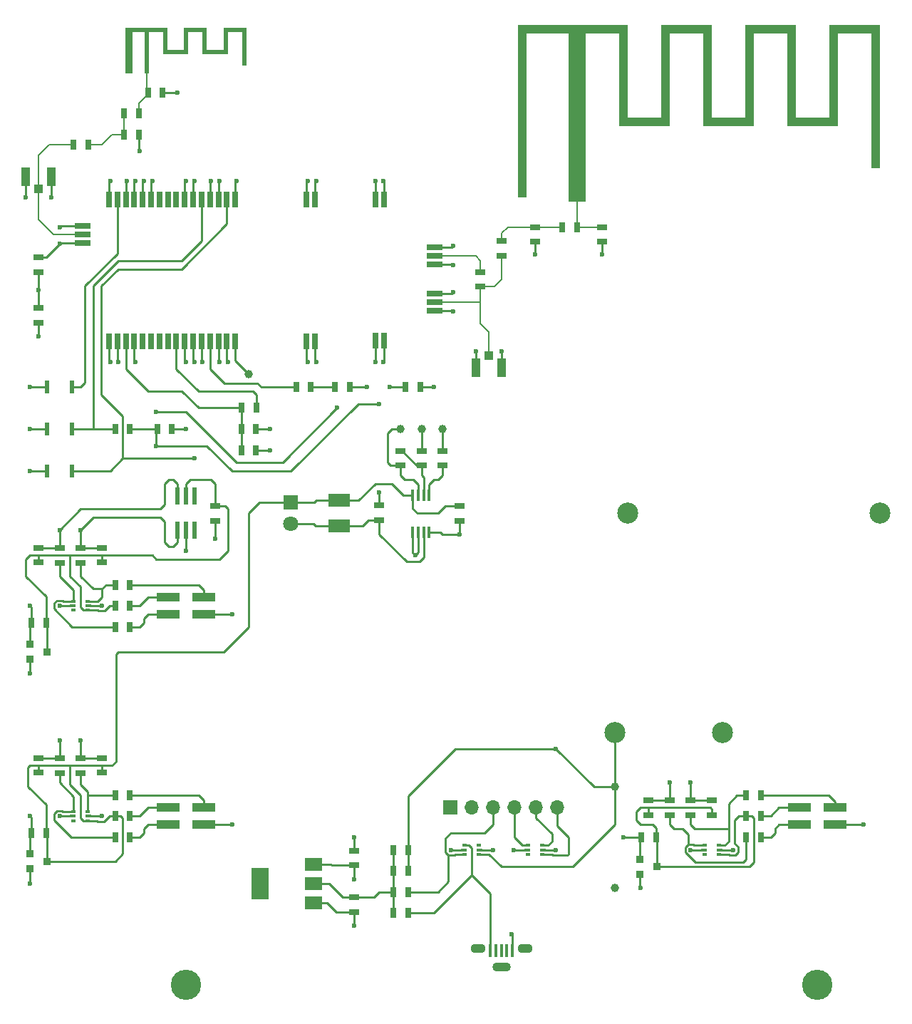
<source format=gbr>
G04 #@! TF.FileFunction,Copper,L1,Top,Signal*
%FSLAX46Y46*%
G04 Gerber Fmt 4.6, Leading zero omitted, Abs format (unit mm)*
G04 Created by KiCad (PCBNEW 4.0.7-e2-6376~61~ubuntu18.04.1) date Tue Jul  3 09:25:50 2018*
%MOMM*%
%LPD*%
G01*
G04 APERTURE LIST*
%ADD10C,0.100000*%
%ADD11R,1.000000X1.000000*%
%ADD12R,0.500000X0.500000*%
%ADD13C,2.500000*%
%ADD14R,1.143000X0.800000*%
%ADD15R,0.800000X1.143000*%
%ADD16R,0.500000X0.375000*%
%ADD17R,0.650000X0.300000*%
%ADD18R,2.750000X1.000000*%
%ADD19R,1.700000X1.700000*%
%ADD20O,1.700000X1.700000*%
%ADD21R,1.000000X2.200000*%
%ADD22R,0.914400X0.914400*%
%ADD23R,1.800000X1.800000*%
%ADD24C,1.800000*%
%ADD25R,0.600000X1.500000*%
%ADD26C,1.000000*%
%ADD27R,0.500000X2.000000*%
%ADD28R,1.850000X0.700000*%
%ADD29R,0.700000X1.850000*%
%ADD30R,0.450000X1.450000*%
%ADD31R,0.900000X0.500000*%
%ADD32C,3.600000*%
%ADD33R,2.000000X3.800000*%
%ADD34R,2.000000X1.500000*%
%ADD35R,2.600000X1.500000*%
%ADD36R,0.450000X1.500000*%
%ADD37O,1.800000X1.100000*%
%ADD38O,2.200000X1.100000*%
%ADD39C,0.600000*%
%ADD40C,0.250000*%
%ADD41C,0.190000*%
G04 APERTURE END LIST*
D10*
G36*
X163000000Y-43000000D02*
X165000000Y-43000000D01*
X165000000Y-23000000D01*
X169000000Y-23000000D01*
X169000000Y-34000000D01*
X175000000Y-34000000D01*
X175000000Y-23000000D01*
X179000000Y-23000000D01*
X179000000Y-34000000D01*
X185000000Y-34000000D01*
X185000000Y-23000000D01*
X189000000Y-23000000D01*
X189000000Y-34000000D01*
X195000000Y-34000000D01*
X195000000Y-23000000D01*
X199000000Y-23000000D01*
X199000000Y-39000000D01*
X200000000Y-39000000D01*
X200000000Y-22000000D01*
X194000000Y-22000000D01*
X194000000Y-33000000D01*
X190000000Y-33000000D01*
X190000000Y-22000000D01*
X184000000Y-22000000D01*
X184000000Y-33000000D01*
X180000000Y-33000000D01*
X180000000Y-22000000D01*
X174000000Y-22000000D01*
X174000000Y-33000000D01*
X170000000Y-33000000D01*
X170000000Y-22000000D01*
X157000000Y-22000000D01*
X157000000Y-42500000D01*
X158000000Y-42500000D01*
X158000000Y-23000000D01*
X163000000Y-23000000D01*
X163000000Y-43000000D01*
X163000000Y-43000000D01*
G37*
G36*
X115300000Y-24990000D02*
X117300000Y-24990000D01*
X117300000Y-22350000D01*
X120000000Y-22350000D01*
X120000000Y-24990000D01*
X122000000Y-24990000D01*
X122000000Y-22350000D01*
X124700000Y-22350000D01*
X124700000Y-26790000D01*
X124200000Y-26790000D01*
X124200000Y-22850000D01*
X122500000Y-22850000D01*
X122500000Y-25490000D01*
X119500000Y-25490000D01*
X119500000Y-22850000D01*
X117800000Y-22850000D01*
X117800000Y-25490000D01*
X114800000Y-25490000D01*
X114800000Y-22850000D01*
X113100000Y-22850000D01*
X113100000Y-27750000D01*
X112600000Y-27750000D01*
X112600000Y-22850000D01*
X111200000Y-22850000D01*
X111200000Y-27750000D01*
X110300000Y-27750000D01*
X110300000Y-27506785D01*
X110602417Y-27506785D01*
X110612258Y-27554395D01*
X110636326Y-27596797D01*
X110674269Y-27629581D01*
X110682181Y-27633935D01*
X110724844Y-27646043D01*
X110773363Y-27645300D01*
X110818878Y-27632400D01*
X110837489Y-27621787D01*
X110871132Y-27586553D01*
X110891691Y-27541368D01*
X110898222Y-27491842D01*
X110889782Y-27443583D01*
X110872888Y-27411357D01*
X110837628Y-27378687D01*
X110792318Y-27358592D01*
X110742733Y-27352018D01*
X110694647Y-27359908D01*
X110661755Y-27376814D01*
X110626815Y-27413584D01*
X110607153Y-27458378D01*
X110602417Y-27506785D01*
X110300000Y-27506785D01*
X110300000Y-22350000D01*
X115300000Y-22350000D01*
X115300000Y-24990000D01*
X115300000Y-24990000D01*
G37*
D11*
X157500000Y-42000000D03*
D12*
X164000000Y-42000000D03*
D13*
X168500000Y-106100000D03*
X181300000Y-106100000D03*
X170000000Y-80000000D03*
X200000000Y-80000000D03*
D14*
X121000000Y-79150000D03*
X121000000Y-80900000D03*
D15*
X113000000Y-30000000D03*
X114750000Y-30000000D03*
X110150000Y-35000000D03*
X111900000Y-35000000D03*
D14*
X100000000Y-57350000D03*
X100000000Y-55600000D03*
X137500000Y-125650000D03*
X137500000Y-127400000D03*
X137500000Y-121850000D03*
X137500000Y-120100000D03*
X150000000Y-79150000D03*
X150000000Y-80900000D03*
X159000000Y-46000000D03*
X159000000Y-47750000D03*
X167000000Y-46000000D03*
X167000000Y-47750000D03*
D15*
X110850000Y-70000000D03*
X109100000Y-70000000D03*
X142150000Y-122500000D03*
X143900000Y-122500000D03*
X142150000Y-127500000D03*
X143900000Y-127500000D03*
X142150000Y-125000000D03*
X143900000Y-125000000D03*
X125850000Y-72500000D03*
X124100000Y-72500000D03*
D16*
X180850000Y-120537500D03*
X180850000Y-119462500D03*
D17*
X179075000Y-120000000D03*
X180925000Y-120000000D03*
D16*
X179150000Y-119462500D03*
X179150000Y-120537500D03*
X105850000Y-91537500D03*
X105850000Y-90462500D03*
D17*
X104075000Y-91000000D03*
X105925000Y-91000000D03*
D16*
X104150000Y-90462500D03*
X104150000Y-91537500D03*
X152350000Y-120537500D03*
X152350000Y-119462500D03*
D17*
X150575000Y-120000000D03*
X152425000Y-120000000D03*
D16*
X150650000Y-119462500D03*
X150650000Y-120537500D03*
X159850000Y-120537500D03*
X159850000Y-119462500D03*
D17*
X158075000Y-120000000D03*
X159925000Y-120000000D03*
D16*
X158150000Y-119462500D03*
X158150000Y-120537500D03*
X105850000Y-116537500D03*
X105850000Y-115462500D03*
D17*
X104075000Y-116000000D03*
X105925000Y-116000000D03*
D16*
X104150000Y-115462500D03*
X104150000Y-116537500D03*
D18*
X190375000Y-115000000D03*
X194625000Y-115000000D03*
X190375000Y-117000000D03*
X194625000Y-117000000D03*
X115375000Y-90000000D03*
X119625000Y-90000000D03*
X115375000Y-92000000D03*
X119625000Y-92000000D03*
D19*
X148920000Y-115000000D03*
D20*
X151460000Y-115000000D03*
X154000000Y-115000000D03*
X156540000Y-115000000D03*
X159080000Y-115000000D03*
X161620000Y-115000000D03*
D21*
X101500000Y-40000000D03*
X98500000Y-40000000D03*
D11*
X100000000Y-41500000D03*
D21*
X152000000Y-62750000D03*
X155000000Y-62750000D03*
D11*
X153500000Y-61250000D03*
D18*
X115375000Y-115000000D03*
X119625000Y-115000000D03*
X115375000Y-117000000D03*
X119625000Y-117000000D03*
D15*
X185850000Y-116000000D03*
X184100000Y-116000000D03*
X185850000Y-113500000D03*
X184100000Y-113500000D03*
X185850000Y-118500000D03*
X184100000Y-118500000D03*
X110850000Y-91000000D03*
X109100000Y-91000000D03*
X110850000Y-88500000D03*
X109100000Y-88500000D03*
X110850000Y-93500000D03*
X109100000Y-93500000D03*
X110150000Y-32500000D03*
X111900000Y-32500000D03*
X162250000Y-46000000D03*
X164000000Y-46000000D03*
X110850000Y-116000000D03*
X109100000Y-116000000D03*
X110850000Y-113500000D03*
X109100000Y-113500000D03*
X110850000Y-118500000D03*
X109100000Y-118500000D03*
X135250000Y-65000000D03*
X137000000Y-65000000D03*
D22*
X171484000Y-122889000D03*
X171484000Y-121111000D03*
X173516000Y-122000000D03*
X98984000Y-97389000D03*
X98984000Y-95611000D03*
X101016000Y-96500000D03*
D23*
X130000000Y-78750000D03*
D24*
X130000000Y-81290000D03*
D22*
X98984000Y-122278000D03*
X98984000Y-120500000D03*
X101016000Y-121389000D03*
D14*
X180000000Y-115850000D03*
X180000000Y-114100000D03*
X107500000Y-85850000D03*
X107500000Y-84100000D03*
X172500000Y-115850000D03*
X172500000Y-114100000D03*
X100000000Y-85850000D03*
X100000000Y-84100000D03*
X177500000Y-114150000D03*
X177500000Y-115900000D03*
X175000000Y-114150000D03*
X175000000Y-115900000D03*
X105000000Y-84150000D03*
X105000000Y-85900000D03*
X102500000Y-84150000D03*
X102500000Y-85900000D03*
D15*
X171650000Y-118500000D03*
X173400000Y-118500000D03*
X99150000Y-93000000D03*
X100900000Y-93000000D03*
X115850000Y-70000000D03*
X114100000Y-70000000D03*
X104150000Y-36250000D03*
X105900000Y-36250000D03*
X142150000Y-120000000D03*
X143900000Y-120000000D03*
D14*
X140500000Y-80850000D03*
X140500000Y-79100000D03*
X100000000Y-51350000D03*
X100000000Y-49600000D03*
X152500000Y-53100000D03*
X152500000Y-51350000D03*
X155000000Y-47650000D03*
X155000000Y-49400000D03*
D15*
X145350000Y-65000000D03*
X143600000Y-65000000D03*
X132350000Y-65000000D03*
X130600000Y-65000000D03*
X125850000Y-70000000D03*
X124100000Y-70000000D03*
X124150000Y-67500000D03*
X125900000Y-67500000D03*
D14*
X148000000Y-74350000D03*
X148000000Y-72600000D03*
X145500000Y-74350000D03*
X145500000Y-72600000D03*
X143000000Y-74350000D03*
X143000000Y-72600000D03*
D15*
X99150000Y-118000000D03*
X100900000Y-118000000D03*
D14*
X105000000Y-109150000D03*
X105000000Y-110900000D03*
X102500000Y-109150000D03*
X102500000Y-110900000D03*
X100000000Y-110850000D03*
X100000000Y-109100000D03*
X107500000Y-110850000D03*
X107500000Y-109100000D03*
D25*
X104000000Y-75000000D03*
X101000000Y-75000000D03*
X104000000Y-70000000D03*
X101000000Y-70000000D03*
X104000000Y-65000000D03*
X101000000Y-65000000D03*
D26*
X168500000Y-112500000D03*
X168500000Y-124500000D03*
X145500000Y-70000000D03*
X148000000Y-70000000D03*
X143000000Y-70000000D03*
D27*
X117500000Y-82000000D03*
X118500000Y-82000000D03*
X118500000Y-78000000D03*
X117500000Y-78000000D03*
X116500000Y-78000000D03*
X116500000Y-82000000D03*
D28*
X147075000Y-50437000D03*
X105255000Y-45905000D03*
D29*
X131820000Y-42725000D03*
X141060000Y-59525000D03*
D28*
X147075000Y-48437000D03*
D29*
X141060000Y-42725000D03*
X132820000Y-42725000D03*
X108370000Y-59575000D03*
X123370000Y-42725000D03*
X122370000Y-42725000D03*
X121370000Y-42725000D03*
X120370000Y-42725000D03*
X119370000Y-42725000D03*
X118370000Y-42725000D03*
X117370000Y-42725000D03*
X116370000Y-42725000D03*
X115370000Y-42725000D03*
X114370000Y-42725000D03*
X113370000Y-42725000D03*
X112370000Y-42725000D03*
X111370000Y-42725000D03*
X110370000Y-42725000D03*
X109370000Y-42725000D03*
X108370000Y-42725000D03*
X109370000Y-59575000D03*
X110370000Y-59575000D03*
X111370000Y-59575000D03*
X112370000Y-59575000D03*
X113370000Y-59575000D03*
X114370000Y-59575000D03*
X115370000Y-59575000D03*
X116370000Y-59575000D03*
X117370000Y-59575000D03*
X118370000Y-59575000D03*
X119370000Y-59575000D03*
X120370000Y-59575000D03*
X121370000Y-59575000D03*
X122370000Y-59575000D03*
X123370000Y-59575000D03*
X131820000Y-59575000D03*
X140060000Y-42725000D03*
D28*
X105255000Y-46905000D03*
X105255000Y-47905000D03*
D29*
X140060000Y-59525000D03*
X132820000Y-59575000D03*
D28*
X147075000Y-49437000D03*
X147075000Y-55934000D03*
X147075000Y-54934000D03*
X147075000Y-53934000D03*
D30*
X144453362Y-82258194D03*
X145103362Y-82258194D03*
X145753362Y-82258194D03*
X146403362Y-82258194D03*
X146403362Y-77858194D03*
X145753362Y-77858194D03*
X145103362Y-77858194D03*
X144453362Y-77858194D03*
D31*
X110750000Y-27500000D03*
D12*
X112850000Y-27500000D03*
D32*
X192500000Y-136000000D03*
D26*
X125000000Y-63500000D03*
D33*
X126350000Y-124000000D03*
D34*
X132650000Y-124000000D03*
X132650000Y-121700000D03*
X132650000Y-126300000D03*
D35*
X135750000Y-78500000D03*
X135750000Y-81500000D03*
D32*
X117500000Y-136000000D03*
D36*
X155000000Y-132000000D03*
X155650000Y-132000000D03*
X154350000Y-132000000D03*
X156300000Y-132000000D03*
X153700000Y-132000000D03*
D37*
X152200000Y-131750000D03*
X157800000Y-131750000D03*
D38*
X155000000Y-133900000D03*
D39*
X98500000Y-42500000D03*
X101500000Y-42500000D03*
X102500000Y-46000000D03*
X102500000Y-48000000D03*
X116500000Y-30000000D03*
X112000000Y-37000000D03*
X147000000Y-65000000D03*
X149250000Y-56000000D03*
X149250000Y-53750000D03*
X149250000Y-50500000D03*
X149250000Y-48250000D03*
X155000000Y-60750000D03*
X152000000Y-60750000D03*
X167000000Y-49250000D03*
X159000000Y-49250000D03*
X161500000Y-108000000D03*
X127500000Y-70000000D03*
X156250000Y-130000000D03*
X137500000Y-129000000D03*
X137500000Y-118500000D03*
X161500000Y-120000000D03*
X156500000Y-120000000D03*
X154000000Y-120000000D03*
X149000000Y-120000000D03*
X121000000Y-83000000D03*
X117500000Y-84500000D03*
X141000000Y-40500000D03*
X140000000Y-40500000D03*
X133000000Y-40500000D03*
X132000000Y-40500000D03*
X123500000Y-40500000D03*
X108500000Y-40500000D03*
X109500000Y-62000000D03*
X108500000Y-62000000D03*
X122500000Y-62000000D03*
X141000000Y-62000000D03*
X140000000Y-62000000D03*
X132000000Y-62000000D03*
X133000000Y-62000000D03*
X100000000Y-53500000D03*
X99000000Y-70000000D03*
X99000000Y-75000000D03*
X198000000Y-117000000D03*
X182500000Y-120000000D03*
X177500000Y-120000000D03*
X123000000Y-92000000D03*
X102500000Y-91000000D03*
X107500000Y-91000000D03*
X123000000Y-117000000D03*
X102500000Y-116000000D03*
X107500000Y-116000000D03*
X141750000Y-65000000D03*
X140500000Y-77500000D03*
X150000000Y-82500000D03*
X137500000Y-123500000D03*
X100000000Y-59000000D03*
X139000000Y-65000000D03*
X117500000Y-70000000D03*
X127500000Y-72500000D03*
X121500000Y-62000000D03*
X99000000Y-65000000D03*
X171500000Y-124500000D03*
X99000000Y-99000000D03*
X99000000Y-124000000D03*
X140500000Y-67000000D03*
X121500000Y-40500000D03*
X114000000Y-72000000D03*
X118500000Y-73500000D03*
X114000000Y-68000000D03*
X135500000Y-67500000D03*
X120500000Y-40500000D03*
X169500000Y-118500000D03*
X113500000Y-40500000D03*
X99000000Y-91000000D03*
X112500000Y-40500000D03*
X118500000Y-40500000D03*
X177500000Y-112000000D03*
X117500000Y-40500000D03*
X175000000Y-112000000D03*
X111500000Y-40500000D03*
X105000000Y-82000000D03*
X110500000Y-40500000D03*
X102500000Y-82000000D03*
X105000000Y-107000000D03*
X118500000Y-62000000D03*
X102500000Y-107000000D03*
X117500000Y-62000000D03*
X111500000Y-62000000D03*
X144750000Y-85000000D03*
X99000000Y-116000000D03*
X119500000Y-62000000D03*
D40*
X98500000Y-40000000D02*
X98500000Y-42500000D01*
X101500000Y-40000000D02*
X101500000Y-42500000D01*
X104830000Y-45905000D02*
X102595000Y-45905000D01*
X102595000Y-45905000D02*
X102500000Y-46000000D01*
X100000000Y-49600000D02*
X100900000Y-49600000D01*
X100900000Y-49600000D02*
X102500000Y-48000000D01*
X104830000Y-47905000D02*
X102595000Y-47905000D01*
X102595000Y-47905000D02*
X102500000Y-48000000D01*
X114750000Y-30000000D02*
X116500000Y-30000000D01*
X111900000Y-35000000D02*
X111900000Y-36900000D01*
X111900000Y-36900000D02*
X112000000Y-37000000D01*
D41*
X112850000Y-27500000D02*
X112850000Y-29850000D01*
D40*
X112850000Y-29850000D02*
X113000000Y-30000000D01*
D41*
X111900000Y-32500000D02*
X111900000Y-31271500D01*
X111900000Y-31271500D02*
X113000000Y-30171500D01*
D40*
X113000000Y-30171500D02*
X113000000Y-30000000D01*
X145350000Y-65000000D02*
X147000000Y-65000000D01*
X147500000Y-55934000D02*
X149184000Y-55934000D01*
X149184000Y-55934000D02*
X149250000Y-56000000D01*
X147500000Y-53934000D02*
X149066000Y-53934000D01*
X149066000Y-53934000D02*
X149250000Y-53750000D01*
X147500000Y-50437000D02*
X149187000Y-50437000D01*
X149187000Y-50437000D02*
X149250000Y-50500000D01*
X147500000Y-48437000D02*
X149063000Y-48437000D01*
X149063000Y-48437000D02*
X149250000Y-48250000D01*
X155000000Y-62750000D02*
X155000000Y-60750000D01*
X152000000Y-62750000D02*
X152000000Y-60750000D01*
X167000000Y-47750000D02*
X167000000Y-49250000D01*
X159000000Y-47750000D02*
X159000000Y-49250000D01*
D41*
X164000000Y-46000000D02*
X164000000Y-42000000D01*
X164000000Y-46000000D02*
X167000000Y-46000000D01*
D40*
X168500000Y-112500000D02*
X168500000Y-117000000D01*
X168500000Y-117000000D02*
X163500000Y-122000000D01*
X163500000Y-122000000D02*
X155000000Y-122000000D01*
X155000000Y-122000000D02*
X153537500Y-120537500D01*
X153537500Y-120537500D02*
X152350000Y-120537500D01*
X161500000Y-108000000D02*
X149500000Y-108000000D01*
X149500000Y-108000000D02*
X143900000Y-113600000D01*
X143900000Y-113600000D02*
X143900000Y-120000000D01*
X143900000Y-120000000D02*
X143900000Y-122500000D01*
X168500000Y-112500000D02*
X168500000Y-106100000D01*
X168500000Y-112500000D02*
X166000000Y-112500000D01*
X161500000Y-108000000D02*
X166000000Y-112500000D01*
X125850000Y-70000000D02*
X127500000Y-70000000D01*
X156300000Y-132000000D02*
X156300000Y-130050000D01*
X156300000Y-130050000D02*
X156250000Y-130000000D01*
X137500000Y-127400000D02*
X137500000Y-129000000D01*
X132650000Y-126300000D02*
X134300000Y-126300000D01*
X134300000Y-126300000D02*
X135400000Y-127400000D01*
X135400000Y-127400000D02*
X137500000Y-127400000D01*
X137500000Y-120100000D02*
X137500000Y-118500000D01*
X159925000Y-120000000D02*
X161500000Y-120000000D01*
X158075000Y-120000000D02*
X156500000Y-120000000D01*
X152425000Y-120000000D02*
X154000000Y-120000000D01*
X150575000Y-120000000D02*
X149000000Y-120000000D01*
X121000000Y-80900000D02*
X121000000Y-83000000D01*
X117500000Y-81500000D02*
X117500000Y-84500000D01*
X141060000Y-42300000D02*
X141060000Y-40560000D01*
X141060000Y-40560000D02*
X141000000Y-40500000D01*
X140060000Y-42300000D02*
X140060000Y-40560000D01*
X140060000Y-40560000D02*
X140000000Y-40500000D01*
X132820000Y-42300000D02*
X132820000Y-40680000D01*
X132820000Y-40680000D02*
X133000000Y-40500000D01*
X131820000Y-42300000D02*
X131820000Y-40680000D01*
X131820000Y-40680000D02*
X132000000Y-40500000D01*
X123370000Y-42300000D02*
X123370000Y-40630000D01*
X123370000Y-40630000D02*
X123500000Y-40500000D01*
X108370000Y-42300000D02*
X108370000Y-40630000D01*
X108370000Y-40630000D02*
X108500000Y-40500000D01*
X109370000Y-60000000D02*
X109370000Y-61870000D01*
X109370000Y-61870000D02*
X109500000Y-62000000D01*
X108370000Y-60000000D02*
X108370000Y-61870000D01*
X108370000Y-61870000D02*
X108500000Y-62000000D01*
X122370000Y-60000000D02*
X122370000Y-61870000D01*
X122370000Y-61870000D02*
X122500000Y-62000000D01*
X141060000Y-59950000D02*
X141060000Y-61940000D01*
X141060000Y-61940000D02*
X141000000Y-62000000D01*
X140060000Y-59950000D02*
X140060000Y-61940000D01*
X140060000Y-61940000D02*
X140000000Y-62000000D01*
X131820000Y-60000000D02*
X131820000Y-61820000D01*
X131820000Y-61820000D02*
X132000000Y-62000000D01*
X132820000Y-60000000D02*
X132820000Y-61820000D01*
X132820000Y-61820000D02*
X133000000Y-62000000D01*
X100000000Y-55600000D02*
X100000000Y-53500000D01*
X100000000Y-51350000D02*
X100000000Y-53500000D01*
X101000000Y-70000000D02*
X99000000Y-70000000D01*
X101000000Y-75000000D02*
X99000000Y-75000000D01*
X194625000Y-117000000D02*
X198000000Y-117000000D01*
X180925000Y-120000000D02*
X182500000Y-120000000D01*
X179075000Y-120000000D02*
X177500000Y-120000000D01*
X119625000Y-92000000D02*
X123000000Y-92000000D01*
X104075000Y-91000000D02*
X102500000Y-91000000D01*
X105925000Y-91000000D02*
X107500000Y-91000000D01*
X119625000Y-117000000D02*
X123000000Y-117000000D01*
X104075000Y-116000000D02*
X102500000Y-116000000D01*
X105925000Y-116000000D02*
X107500000Y-116000000D01*
X143600000Y-65000000D02*
X141750000Y-65000000D01*
X140500000Y-79100000D02*
X140500000Y-77500000D01*
X147758194Y-82258194D02*
X148000000Y-82500000D01*
X148000000Y-82500000D02*
X150000000Y-82500000D01*
X146403362Y-82258194D02*
X147758194Y-82258194D01*
X150000000Y-80900000D02*
X150000000Y-82500000D01*
X103750000Y-85000000D02*
X107500000Y-85000000D01*
X107500000Y-85000000D02*
X113500000Y-85000000D01*
X107500000Y-85850000D02*
X107500000Y-85000000D01*
X113500000Y-85000000D02*
X114000000Y-85500000D01*
X100000000Y-85850000D02*
X100000000Y-85000000D01*
X99000000Y-85000000D02*
X100000000Y-85000000D01*
X100000000Y-85000000D02*
X103750000Y-85000000D01*
X122150000Y-79150000D02*
X121000000Y-79150000D01*
X114000000Y-85500000D02*
X121500000Y-85500000D01*
X121500000Y-85500000D02*
X122500000Y-84500000D01*
X122500000Y-84500000D02*
X122500000Y-79500000D01*
X122500000Y-79500000D02*
X122150000Y-79150000D01*
X117500000Y-78500000D02*
X117500000Y-76500000D01*
X117500000Y-76500000D02*
X118000000Y-76000000D01*
X118000000Y-76000000D02*
X120500000Y-76000000D01*
X120500000Y-76000000D02*
X121000000Y-76500000D01*
X121000000Y-76500000D02*
X121000000Y-79150000D01*
X103750000Y-87500000D02*
X103750000Y-85000000D01*
X105000000Y-88750000D02*
X103750000Y-87500000D01*
X105000000Y-91187500D02*
X105000000Y-88750000D01*
X105850000Y-91537500D02*
X105350000Y-91537500D01*
X105350000Y-91537500D02*
X105000000Y-91187500D01*
X101016000Y-96500000D02*
X101016000Y-93116000D01*
X101016000Y-93116000D02*
X100900000Y-93000000D01*
X100900000Y-93000000D02*
X100900000Y-89900000D01*
X100900000Y-89900000D02*
X98500000Y-87500000D01*
X98500000Y-87500000D02*
X98500000Y-85500000D01*
X98500000Y-85500000D02*
X99000000Y-85000000D01*
X109100000Y-91000000D02*
X108450000Y-91000000D01*
X108450000Y-91000000D02*
X107824999Y-91625001D01*
X107037500Y-91537500D02*
X105850000Y-91537500D01*
X107824999Y-91625001D02*
X107125001Y-91625001D01*
X107125001Y-91625001D02*
X107037500Y-91537500D01*
D41*
X105900000Y-36250000D02*
X107500000Y-36250000D01*
X107500000Y-36250000D02*
X108750000Y-35000000D01*
X108750000Y-35000000D02*
X110150000Y-35000000D01*
X110150000Y-35000000D02*
X110150000Y-32500000D01*
D40*
X137500000Y-121850000D02*
X137500000Y-123500000D01*
X132650000Y-121700000D02*
X134700000Y-121700000D01*
X134700000Y-121700000D02*
X134850000Y-121850000D01*
X134850000Y-121850000D02*
X137500000Y-121850000D01*
X100000000Y-57350000D02*
X100000000Y-59000000D01*
X137000000Y-65000000D02*
X139000000Y-65000000D01*
X115850000Y-70000000D02*
X117500000Y-70000000D01*
X125850000Y-72500000D02*
X127500000Y-72500000D01*
X121370000Y-60000000D02*
X121370000Y-61870000D01*
X121370000Y-61870000D02*
X121500000Y-62000000D01*
X101000000Y-65000000D02*
X99000000Y-65000000D01*
X171484000Y-122889000D02*
X171484000Y-124484000D01*
X171484000Y-124484000D02*
X171500000Y-124500000D01*
X98984000Y-97389000D02*
X98984000Y-98984000D01*
X98984000Y-98984000D02*
X99000000Y-99000000D01*
X98984000Y-122278000D02*
X98984000Y-123984000D01*
X98984000Y-123984000D02*
X99000000Y-124000000D01*
X140500000Y-125000000D02*
X139850000Y-125650000D01*
X139850000Y-125650000D02*
X137500000Y-125650000D01*
X142150000Y-125000000D02*
X140500000Y-125000000D01*
X137500000Y-125650000D02*
X136150000Y-125650000D01*
X134500000Y-124000000D02*
X132650000Y-124000000D01*
X136150000Y-125650000D02*
X134500000Y-124000000D01*
X142150000Y-125000000D02*
X142150000Y-127500000D01*
X142150000Y-122500000D02*
X142150000Y-122671500D01*
X142150000Y-122671500D02*
X142150000Y-125000000D01*
X142150000Y-120000000D02*
X142150000Y-122500000D01*
X103750000Y-110000000D02*
X107500000Y-110000000D01*
X107500000Y-110000000D02*
X108750000Y-110000000D01*
X107500000Y-110850000D02*
X107500000Y-110000000D01*
X109250000Y-96750000D02*
X109500000Y-96500000D01*
X108750000Y-110000000D02*
X109250000Y-109500000D01*
X109250000Y-109500000D02*
X109250000Y-96750000D01*
X100000000Y-110850000D02*
X100000000Y-110000000D01*
X126250000Y-78750000D02*
X125000000Y-80000000D01*
X125000000Y-80000000D02*
X125000000Y-93500000D01*
X130000000Y-78750000D02*
X126250000Y-78750000D01*
X142000000Y-76500000D02*
X140000000Y-76500000D01*
X135750000Y-78500000D02*
X138000000Y-78500000D01*
X138000000Y-78500000D02*
X140000000Y-76500000D01*
X132750000Y-78750000D02*
X133000000Y-78500000D01*
X133000000Y-78500000D02*
X135750000Y-78500000D01*
X130000000Y-78750000D02*
X132750000Y-78750000D01*
X109500000Y-96500000D02*
X122000000Y-96500000D01*
X122000000Y-96500000D02*
X125000000Y-93500000D01*
X142000000Y-76500000D02*
X143358194Y-77858194D01*
X143358194Y-77858194D02*
X144453362Y-77858194D01*
X99000000Y-110000000D02*
X100000000Y-110000000D01*
X100000000Y-110000000D02*
X103750000Y-110000000D01*
X98750000Y-110250000D02*
X99000000Y-110000000D01*
X98750000Y-112500000D02*
X98750000Y-110250000D01*
X100900000Y-114650000D02*
X98750000Y-112500000D01*
X100900000Y-118000000D02*
X100900000Y-114650000D01*
X103750000Y-112250000D02*
X103750000Y-110000000D01*
X105000000Y-113500000D02*
X103750000Y-112250000D01*
X105000000Y-116187500D02*
X105000000Y-113500000D01*
X105850000Y-116537500D02*
X105350000Y-116537500D01*
X105350000Y-116537500D02*
X105000000Y-116187500D01*
X110000000Y-120500000D02*
X109111000Y-121389000D01*
X109111000Y-121389000D02*
X101016000Y-121389000D01*
X110000000Y-116250000D02*
X110000000Y-120500000D01*
X109100000Y-116000000D02*
X109750000Y-116000000D01*
X109750000Y-116000000D02*
X110000000Y-116250000D01*
X101016000Y-121389000D02*
X101016000Y-118116000D01*
X101016000Y-118116000D02*
X100900000Y-118000000D01*
X105850000Y-116537500D02*
X106962500Y-116537500D01*
X106962500Y-116537500D02*
X107050001Y-116625001D01*
X107050001Y-116625001D02*
X107800001Y-116625001D01*
X107800001Y-116625001D02*
X108425002Y-116000000D01*
X108425002Y-116000000D02*
X109100000Y-116000000D01*
X147500000Y-80000000D02*
X148350000Y-79150000D01*
X148350000Y-79150000D02*
X150000000Y-79150000D01*
X145000000Y-80000000D02*
X147500000Y-80000000D01*
X144453362Y-79453362D02*
X145000000Y-80000000D01*
X144453362Y-77858194D02*
X144453362Y-79453362D01*
D41*
X155000000Y-46750000D02*
X155750000Y-46000000D01*
X159000000Y-46000000D02*
X162250000Y-46000000D01*
X155750000Y-46000000D02*
X159000000Y-46000000D01*
X155000000Y-47650000D02*
X155000000Y-46750000D01*
D40*
X156540000Y-115000000D02*
X156540000Y-118540000D01*
X156540000Y-118540000D02*
X157462500Y-119462500D01*
X157462500Y-119462500D02*
X158150000Y-119462500D01*
X114000000Y-72000000D02*
X120000000Y-72000000D01*
X120000000Y-72000000D02*
X123000000Y-75000000D01*
X130000000Y-75000000D02*
X138000000Y-67000000D01*
X123000000Y-75000000D02*
X130000000Y-75000000D01*
X138000000Y-67000000D02*
X140500000Y-67000000D01*
X121370000Y-42300000D02*
X121370000Y-40630000D01*
X121370000Y-40630000D02*
X121500000Y-40500000D01*
X114000000Y-72000000D02*
X114000000Y-70100000D01*
X114000000Y-70100000D02*
X114100000Y-70000000D01*
X110850000Y-70000000D02*
X114100000Y-70000000D01*
X107000000Y-70000000D02*
X106500000Y-70000000D01*
X106500000Y-70000000D02*
X104000000Y-70000000D01*
X106500000Y-53000000D02*
X106500000Y-70000000D01*
X107250000Y-52250000D02*
X107000000Y-52500000D01*
X109500000Y-50000000D02*
X107250000Y-52250000D01*
X107250000Y-52250000D02*
X106500000Y-53000000D01*
X109100000Y-70000000D02*
X107000000Y-70000000D01*
X117000000Y-50000000D02*
X109500000Y-50000000D01*
X119370000Y-42300000D02*
X119370000Y-47630000D01*
X119370000Y-47630000D02*
X117000000Y-50000000D01*
X151500000Y-123000000D02*
X153500000Y-125000000D01*
X153700000Y-132000000D02*
X153700000Y-125200000D01*
X153700000Y-125200000D02*
X153500000Y-125000000D01*
X147000000Y-127500000D02*
X143900000Y-127500000D01*
X151500000Y-123000000D02*
X147000000Y-127500000D01*
X151500000Y-119812500D02*
X151500000Y-123000000D01*
X150650000Y-119462500D02*
X151150000Y-119462500D01*
X151150000Y-119462500D02*
X151500000Y-119812500D01*
X147500000Y-125000000D02*
X143900000Y-125000000D01*
X148699999Y-120625001D02*
X148699999Y-123800001D01*
X148699999Y-123800001D02*
X147500000Y-125000000D01*
X153000000Y-118000000D02*
X154000000Y-117000000D01*
X154000000Y-117000000D02*
X154000000Y-115000000D01*
X149000000Y-118000000D02*
X153000000Y-118000000D01*
X148374999Y-118625001D02*
X149000000Y-118000000D01*
X149537500Y-120537500D02*
X149449999Y-120625001D01*
X149449999Y-120625001D02*
X148699999Y-120625001D01*
X148699999Y-120625001D02*
X148374999Y-120300001D01*
X148374999Y-120300001D02*
X148374999Y-118625001D01*
X150650000Y-120537500D02*
X149537500Y-120537500D01*
X113000000Y-65500000D02*
X110370000Y-62870000D01*
X124150000Y-67500000D02*
X119000000Y-67500000D01*
X113000000Y-65500000D02*
X117000000Y-65500000D01*
X117000000Y-65500000D02*
X119000000Y-67500000D01*
X110370000Y-62870000D02*
X110370000Y-60000000D01*
X124150000Y-67500000D02*
X124150000Y-69950000D01*
X124150000Y-69950000D02*
X124100000Y-70000000D01*
X124100000Y-72500000D02*
X124100000Y-70000000D01*
X171500000Y-115000000D02*
X172500000Y-115000000D01*
X172500000Y-115000000D02*
X179800000Y-115000000D01*
X172500000Y-115850000D02*
X172500000Y-115000000D01*
X173400000Y-118500000D02*
X173400000Y-117400000D01*
X173400000Y-117400000D02*
X173000000Y-117000000D01*
X173000000Y-117000000D02*
X171500000Y-117000000D01*
X171500000Y-117000000D02*
X171000000Y-116500000D01*
X171000000Y-116500000D02*
X171000000Y-115500000D01*
X171000000Y-115500000D02*
X171500000Y-115000000D01*
X179800000Y-115000000D02*
X180000000Y-115200000D01*
X180000000Y-115200000D02*
X180000000Y-115850000D01*
X184100000Y-116000000D02*
X184750000Y-116000000D01*
X184750000Y-116000000D02*
X185000000Y-116250000D01*
X185000000Y-121500000D02*
X184500000Y-122000000D01*
X185000000Y-116250000D02*
X185000000Y-121500000D01*
X184500000Y-122000000D02*
X173516000Y-122000000D01*
X173516000Y-122000000D02*
X173516000Y-118616000D01*
X173516000Y-118616000D02*
X173400000Y-118500000D01*
X184100000Y-116000000D02*
X183250000Y-116000000D01*
X183250000Y-116000000D02*
X182750000Y-116500000D01*
X183125001Y-120300001D02*
X182800001Y-120625001D01*
X182750000Y-116500000D02*
X182750000Y-119250000D01*
X182750000Y-119250000D02*
X183125001Y-119625001D01*
X183125001Y-119625001D02*
X183125001Y-120300001D01*
X182800001Y-120625001D02*
X182125001Y-120625001D01*
X182125001Y-120625001D02*
X182037500Y-120537500D01*
X182037500Y-120537500D02*
X180850000Y-120537500D01*
X182000000Y-119000000D02*
X182000000Y-117500000D01*
X182000000Y-117500000D02*
X182000000Y-114500000D01*
X177500000Y-115900000D02*
X177500000Y-117000000D01*
X177500000Y-117000000D02*
X178000000Y-117500000D01*
X178000000Y-117500000D02*
X182000000Y-117500000D01*
X182000000Y-114500000D02*
X183000000Y-113500000D01*
X180850000Y-119462500D02*
X181537500Y-119462500D01*
X181537500Y-119462500D02*
X182000000Y-119000000D01*
X184100000Y-113500000D02*
X183000000Y-113500000D01*
X175500000Y-117500000D02*
X175000000Y-117000000D01*
X175000000Y-117000000D02*
X175000000Y-115900000D01*
X176500000Y-117500000D02*
X175500000Y-117500000D01*
X177199999Y-118199999D02*
X176500000Y-117500000D01*
X177199999Y-119374999D02*
X177199999Y-118199999D01*
X177800001Y-119374999D02*
X177887502Y-119462500D01*
X177887502Y-119462500D02*
X179150000Y-119462500D01*
X183750000Y-121500000D02*
X178074998Y-121500000D01*
X178074998Y-121500000D02*
X176874999Y-120300001D01*
X176874999Y-120300001D02*
X176874999Y-119699999D01*
X176874999Y-119699999D02*
X177199999Y-119374999D01*
X177199999Y-119374999D02*
X177800001Y-119374999D01*
X184100000Y-121150000D02*
X183750000Y-121500000D01*
X184100000Y-118500000D02*
X184100000Y-121150000D01*
X105000000Y-85900000D02*
X105000000Y-87500000D01*
X105000000Y-87500000D02*
X106500000Y-89000000D01*
X106500000Y-89000000D02*
X107500000Y-89000000D01*
X109100000Y-88500000D02*
X108000000Y-88500000D01*
X108000000Y-88500000D02*
X107500000Y-89000000D01*
X107037500Y-90462500D02*
X105850000Y-90462500D01*
X107500000Y-89000000D02*
X107500000Y-90000000D01*
X107500000Y-90000000D02*
X107037500Y-90462500D01*
X102500000Y-85900000D02*
X102500000Y-87500000D01*
X102500000Y-87500000D02*
X104150000Y-89150000D01*
X104150000Y-89150000D02*
X104150000Y-90462500D01*
X102874999Y-90374999D02*
X102962500Y-90462500D01*
X102962500Y-90462500D02*
X104150000Y-90462500D01*
X104000000Y-93500000D02*
X101874999Y-91374999D01*
X101874999Y-91374999D02*
X101874999Y-90699999D01*
X101874999Y-90699999D02*
X102199999Y-90374999D01*
X102199999Y-90374999D02*
X102874999Y-90374999D01*
X109100000Y-93500000D02*
X104000000Y-93500000D01*
X161620000Y-115000000D02*
X161620000Y-117120000D01*
X161037500Y-120537500D02*
X159850000Y-120537500D01*
X161620000Y-117120000D02*
X163000000Y-118500000D01*
X162874999Y-120625001D02*
X161125001Y-120625001D01*
X163000000Y-118500000D02*
X163000000Y-120500000D01*
X163000000Y-120500000D02*
X162874999Y-120625001D01*
X161125001Y-120625001D02*
X161037500Y-120537500D01*
X118500000Y-73500000D02*
X110000000Y-73500000D01*
X122370000Y-42300000D02*
X122370000Y-45630000D01*
X122370000Y-45630000D02*
X117000000Y-51000000D01*
X117000000Y-51000000D02*
X109450010Y-51000000D01*
X109450010Y-51000000D02*
X107450010Y-53000000D01*
X107450010Y-53000000D02*
X107450010Y-65950010D01*
X107450010Y-65950010D02*
X110000000Y-68500000D01*
X110000000Y-68500000D02*
X110000000Y-73500000D01*
X110000000Y-73500000D02*
X108500000Y-75000000D01*
X108500000Y-75000000D02*
X104000000Y-75000000D01*
X159850000Y-119462500D02*
X160537500Y-119462500D01*
X160537500Y-119462500D02*
X161000000Y-119000000D01*
X161000000Y-119000000D02*
X161000000Y-118122081D01*
X161000000Y-118122081D02*
X159080000Y-116202081D01*
X159080000Y-116202081D02*
X159080000Y-115000000D01*
X117500000Y-68000000D02*
X123500000Y-74000000D01*
X114000000Y-68000000D02*
X117500000Y-68000000D01*
X123500000Y-74000000D02*
X129000000Y-74000000D01*
X129000000Y-74000000D02*
X135500000Y-67500000D01*
X120370000Y-42300000D02*
X120370000Y-40630000D01*
X120370000Y-40630000D02*
X120500000Y-40500000D01*
X105850000Y-113100000D02*
X105850000Y-113500000D01*
X105850000Y-113500000D02*
X105850000Y-115462500D01*
X109100000Y-113500000D02*
X105850000Y-113500000D01*
X105000000Y-110900000D02*
X105000000Y-112250000D01*
X105000000Y-112250000D02*
X105850000Y-113100000D01*
X103874999Y-118500000D02*
X101874999Y-116500000D01*
X109100000Y-118500000D02*
X103874999Y-118500000D01*
X102887502Y-115462500D02*
X104150000Y-115462500D01*
X101874999Y-116500000D02*
X101874999Y-115699999D01*
X101874999Y-115699999D02*
X102199999Y-115374999D01*
X102199999Y-115374999D02*
X102800001Y-115374999D01*
X102800001Y-115374999D02*
X102887502Y-115462500D01*
X102500000Y-110900000D02*
X102500000Y-112000000D01*
X104150000Y-113650000D02*
X104150000Y-115462500D01*
X102500000Y-112000000D02*
X104150000Y-113650000D01*
X188000000Y-115000000D02*
X187000000Y-116000000D01*
X187000000Y-116000000D02*
X185850000Y-116000000D01*
X190375000Y-115000000D02*
X188000000Y-115000000D01*
X193875000Y-113500000D02*
X185850000Y-113500000D01*
X194625000Y-115000000D02*
X194625000Y-114250000D01*
X194625000Y-114250000D02*
X193875000Y-113500000D01*
X185850000Y-118500000D02*
X187000000Y-118500000D01*
X187000000Y-118500000D02*
X187500000Y-118000000D01*
X187500000Y-118000000D02*
X187500000Y-117500000D01*
X187500000Y-117500000D02*
X188000000Y-117000000D01*
X188000000Y-117000000D02*
X190375000Y-117000000D01*
X113000000Y-90000000D02*
X112000000Y-91000000D01*
X112000000Y-91000000D02*
X110850000Y-91000000D01*
X115375000Y-90000000D02*
X113000000Y-90000000D01*
X119625000Y-89125000D02*
X119000000Y-88500000D01*
X119000000Y-88500000D02*
X110850000Y-88500000D01*
X119625000Y-90000000D02*
X119625000Y-89125000D01*
X112500000Y-92500000D02*
X113000000Y-92000000D01*
X112500000Y-93000000D02*
X112500000Y-92500000D01*
X112000000Y-93500000D02*
X112500000Y-93000000D01*
X110850000Y-93500000D02*
X112000000Y-93500000D01*
X115375000Y-92000000D02*
X113000000Y-92000000D01*
D41*
X100000000Y-41500000D02*
X100000000Y-37500000D01*
X101250000Y-36250000D02*
X104150000Y-36250000D01*
X100000000Y-37500000D02*
X101250000Y-36250000D01*
X104775000Y-46850000D02*
X101750000Y-46850000D01*
X100000000Y-45100000D02*
X101750000Y-46850000D01*
X100000000Y-45100000D02*
X100000000Y-41500000D01*
D40*
X104830000Y-46905000D02*
X104775000Y-46850000D01*
D41*
X153500000Y-58500000D02*
X153500000Y-61250000D01*
X154150000Y-53100000D02*
X155000000Y-52250000D01*
X155000000Y-52250000D02*
X155000000Y-49400000D01*
X152500000Y-53100000D02*
X154150000Y-53100000D01*
X152500000Y-53100000D02*
X152500000Y-55000000D01*
X152500000Y-55000000D02*
X152500000Y-57500000D01*
X147500000Y-54934000D02*
X152434000Y-54934000D01*
X152434000Y-54934000D02*
X152500000Y-55000000D01*
X152500000Y-57500000D02*
X153500000Y-58500000D01*
D40*
X147566000Y-55000000D02*
X147500000Y-54934000D01*
X115375000Y-115000000D02*
X113000000Y-115000000D01*
X113000000Y-115000000D02*
X112000000Y-116000000D01*
X112000000Y-116000000D02*
X110850000Y-116000000D01*
X119625000Y-114125000D02*
X119000000Y-113500000D01*
X119000000Y-113500000D02*
X110850000Y-113500000D01*
X119625000Y-115000000D02*
X119625000Y-114125000D01*
X110850000Y-118500000D02*
X112000000Y-118500000D01*
X112000000Y-118500000D02*
X112500000Y-118000000D01*
X112500000Y-118000000D02*
X112500000Y-117500000D01*
X112500000Y-117500000D02*
X113000000Y-117000000D01*
X113000000Y-117000000D02*
X115375000Y-117000000D01*
X132350000Y-65000000D02*
X135250000Y-65000000D01*
X169500000Y-118500000D02*
X171650000Y-118500000D01*
X113370000Y-42300000D02*
X113370000Y-40630000D01*
X113370000Y-40630000D02*
X113500000Y-40500000D01*
X171484000Y-121111000D02*
X171484000Y-118666000D01*
X171484000Y-118666000D02*
X171650000Y-118500000D01*
X99150000Y-93000000D02*
X99150000Y-91150000D01*
X99150000Y-91150000D02*
X99000000Y-91000000D01*
X112370000Y-42300000D02*
X112370000Y-40630000D01*
X112370000Y-40630000D02*
X112500000Y-40500000D01*
X98984000Y-95611000D02*
X98984000Y-93166000D01*
X98984000Y-93166000D02*
X99150000Y-93000000D01*
X139150000Y-80850000D02*
X138500000Y-81500000D01*
X138500000Y-81500000D02*
X135750000Y-81500000D01*
X140500000Y-80850000D02*
X139150000Y-80850000D01*
X140500000Y-82500000D02*
X143750000Y-85750000D01*
X140500000Y-80850000D02*
X140500000Y-82500000D01*
X132710000Y-81290000D02*
X132920000Y-81500000D01*
X132920000Y-81500000D02*
X135750000Y-81500000D01*
X130000000Y-81290000D02*
X132710000Y-81290000D01*
X143750000Y-85750000D02*
X145250000Y-85750000D01*
X145250000Y-85750000D02*
X145753362Y-85246638D01*
X145753362Y-85246638D02*
X145753362Y-82258194D01*
X177500000Y-114150000D02*
X179950000Y-114150000D01*
X179950000Y-114150000D02*
X180000000Y-114100000D01*
X118370000Y-42300000D02*
X118370000Y-40630000D01*
X118370000Y-40630000D02*
X118500000Y-40500000D01*
X177500000Y-114150000D02*
X177500000Y-112000000D01*
X175000000Y-114150000D02*
X172550000Y-114150000D01*
X172550000Y-114150000D02*
X172500000Y-114100000D01*
X117370000Y-42300000D02*
X117370000Y-40630000D01*
X117370000Y-40630000D02*
X117500000Y-40500000D01*
X117500000Y-42170000D02*
X117370000Y-42300000D01*
X175000000Y-114150000D02*
X175000000Y-112000000D01*
X105000000Y-84150000D02*
X107450000Y-84150000D01*
X107450000Y-84150000D02*
X107500000Y-84100000D01*
X111370000Y-42300000D02*
X111370000Y-40630000D01*
X111370000Y-40630000D02*
X111500000Y-40500000D01*
X105000000Y-82000000D02*
X106500000Y-80500000D01*
X106500000Y-80500000D02*
X114500000Y-80500000D01*
X114500000Y-80500000D02*
X115000000Y-81000000D01*
X115000000Y-81000000D02*
X115000000Y-83500000D01*
X115000000Y-83500000D02*
X115500000Y-84000000D01*
X115500000Y-84000000D02*
X116000000Y-84000000D01*
X116000000Y-84000000D02*
X116500000Y-83500000D01*
X116500000Y-83500000D02*
X116500000Y-81500000D01*
X105000000Y-84150000D02*
X105000000Y-82000000D01*
X102500000Y-84150000D02*
X100050000Y-84150000D01*
X100050000Y-84150000D02*
X100000000Y-84100000D01*
X110370000Y-42300000D02*
X110370000Y-40630000D01*
X110370000Y-40630000D02*
X110500000Y-40500000D01*
X102500000Y-82000000D02*
X105000000Y-79500000D01*
X105000000Y-79500000D02*
X114500000Y-79500000D01*
X114500000Y-79500000D02*
X115000000Y-79000000D01*
X115000000Y-79000000D02*
X115000000Y-76500000D01*
X116000000Y-76000000D02*
X116500000Y-76500000D01*
X115000000Y-76500000D02*
X115500000Y-76000000D01*
X115500000Y-76000000D02*
X116000000Y-76000000D01*
X116500000Y-76500000D02*
X116500000Y-78500000D01*
X102500000Y-84150000D02*
X102500000Y-82000000D01*
D41*
X151937000Y-49437000D02*
X152500000Y-50000000D01*
X152500000Y-50000000D02*
X152500000Y-51350000D01*
X147500000Y-49437000D02*
X151937000Y-49437000D01*
D40*
X147500000Y-49437000D02*
X147537000Y-49400000D01*
X130600000Y-65000000D02*
X126450010Y-65000000D01*
X126450010Y-65000000D02*
X126000000Y-64549990D01*
X126000000Y-64549990D02*
X122049990Y-64549990D01*
X122049990Y-64549990D02*
X120370000Y-62870000D01*
X120370000Y-62870000D02*
X120370000Y-60000000D01*
X116370000Y-60000000D02*
X116370000Y-62870000D01*
X116370000Y-62870000D02*
X119000000Y-65500000D01*
X119000000Y-65500000D02*
X125500000Y-65500000D01*
X125500000Y-65500000D02*
X125900000Y-65900000D01*
X125900000Y-65900000D02*
X125900000Y-67500000D01*
X147000000Y-76000000D02*
X146403362Y-76596638D01*
X146403362Y-76596638D02*
X146403362Y-77858194D01*
X147500000Y-76000000D02*
X147000000Y-76000000D01*
X148000000Y-75500000D02*
X147500000Y-76000000D01*
X148000000Y-74350000D02*
X148000000Y-75500000D01*
X146403362Y-77858194D02*
X146403362Y-77358194D01*
X146403362Y-77358194D02*
X146428362Y-77333194D01*
X148000000Y-72600000D02*
X148000000Y-70000000D01*
X143000000Y-72600000D02*
X143171500Y-72600000D01*
X143171500Y-72600000D02*
X144921500Y-74350000D01*
X144921500Y-74350000D02*
X145500000Y-74350000D01*
X145500000Y-75500000D02*
X145753362Y-75753362D01*
X145753362Y-75753362D02*
X145753362Y-77858194D01*
X145500000Y-74350000D02*
X145500000Y-75500000D01*
X145500000Y-70000000D02*
X145500000Y-72600000D01*
X141500000Y-74000000D02*
X141850000Y-74350000D01*
X141850000Y-74350000D02*
X143000000Y-74350000D01*
X141500000Y-70500000D02*
X141500000Y-74000000D01*
X142000000Y-70000000D02*
X141500000Y-70500000D01*
X143000000Y-70000000D02*
X142000000Y-70000000D01*
X144500000Y-76000000D02*
X145103362Y-76603362D01*
X145103362Y-76603362D02*
X145103362Y-77858194D01*
X143500000Y-76000000D02*
X144500000Y-76000000D01*
X143000000Y-75500000D02*
X143500000Y-76000000D01*
X143000000Y-74350000D02*
X143000000Y-75500000D01*
X105000000Y-109150000D02*
X107450000Y-109150000D01*
X107450000Y-109150000D02*
X107500000Y-109100000D01*
X105000000Y-109150000D02*
X105000000Y-107000000D01*
X118370000Y-60000000D02*
X118370000Y-61870000D01*
X118370000Y-61870000D02*
X118500000Y-62000000D01*
X102500000Y-109150000D02*
X100050000Y-109150000D01*
X100050000Y-109150000D02*
X100000000Y-109100000D01*
X102500000Y-109150000D02*
X102500000Y-107000000D01*
X117370000Y-60000000D02*
X117370000Y-61870000D01*
X117370000Y-61870000D02*
X117500000Y-62000000D01*
X109370000Y-42300000D02*
X109370000Y-49130000D01*
X109370000Y-49130000D02*
X105500000Y-53000000D01*
X105500000Y-53000000D02*
X105500000Y-64500000D01*
X105500000Y-64500000D02*
X105000000Y-65000000D01*
X105000000Y-65000000D02*
X104000000Y-65000000D01*
X111370000Y-60000000D02*
X111370000Y-61870000D01*
X111370000Y-61870000D02*
X111500000Y-62000000D01*
X145103362Y-82258194D02*
X145103362Y-84646638D01*
X145103362Y-84646638D02*
X144750000Y-85000000D01*
X144453362Y-82258194D02*
X144453362Y-84703362D01*
X144453362Y-84703362D02*
X144750000Y-85000000D01*
X144453362Y-82258194D02*
X144453362Y-82758194D01*
X144453362Y-82758194D02*
X144428362Y-82783194D01*
X123370000Y-60000000D02*
X123370000Y-61870000D01*
X123370000Y-61870000D02*
X125000000Y-63500000D01*
X99150000Y-118000000D02*
X99150000Y-116150000D01*
X99150000Y-116150000D02*
X99000000Y-116000000D01*
X119370000Y-60000000D02*
X119370000Y-61870000D01*
X119370000Y-61870000D02*
X119500000Y-62000000D01*
X98984000Y-120500000D02*
X98984000Y-118166000D01*
X98984000Y-118166000D02*
X99150000Y-118000000D01*
M02*

</source>
